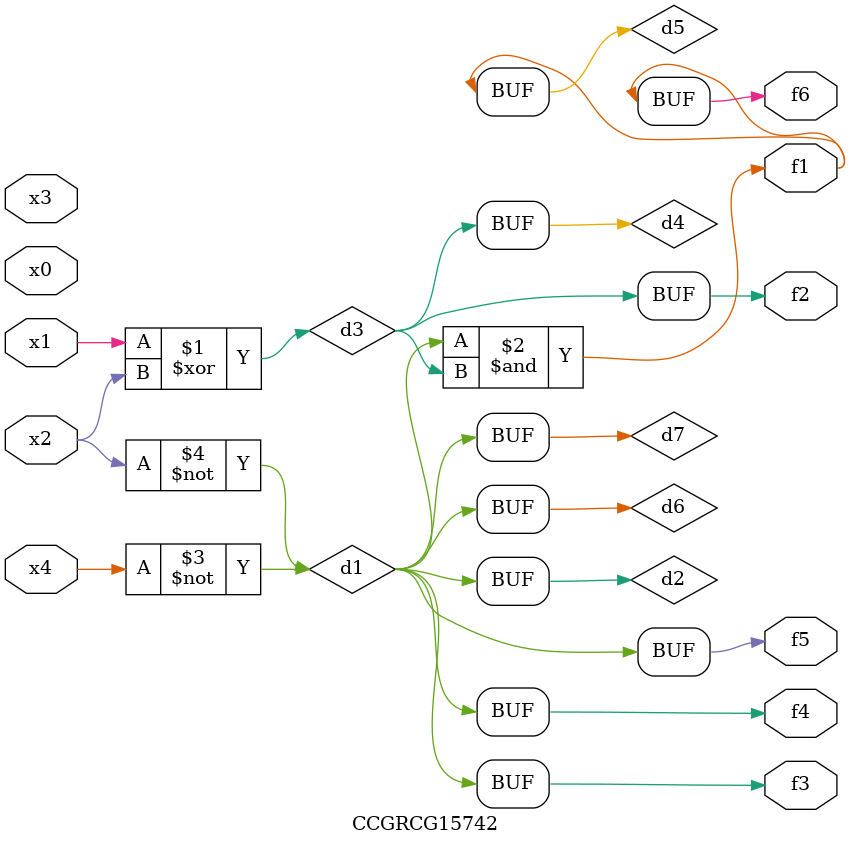
<source format=v>
module CCGRCG15742(
	input x0, x1, x2, x3, x4,
	output f1, f2, f3, f4, f5, f6
);

	wire d1, d2, d3, d4, d5, d6, d7;

	not (d1, x4);
	not (d2, x2);
	xor (d3, x1, x2);
	buf (d4, d3);
	and (d5, d1, d3);
	buf (d6, d1, d2);
	buf (d7, d2);
	assign f1 = d5;
	assign f2 = d4;
	assign f3 = d7;
	assign f4 = d7;
	assign f5 = d7;
	assign f6 = d5;
endmodule

</source>
